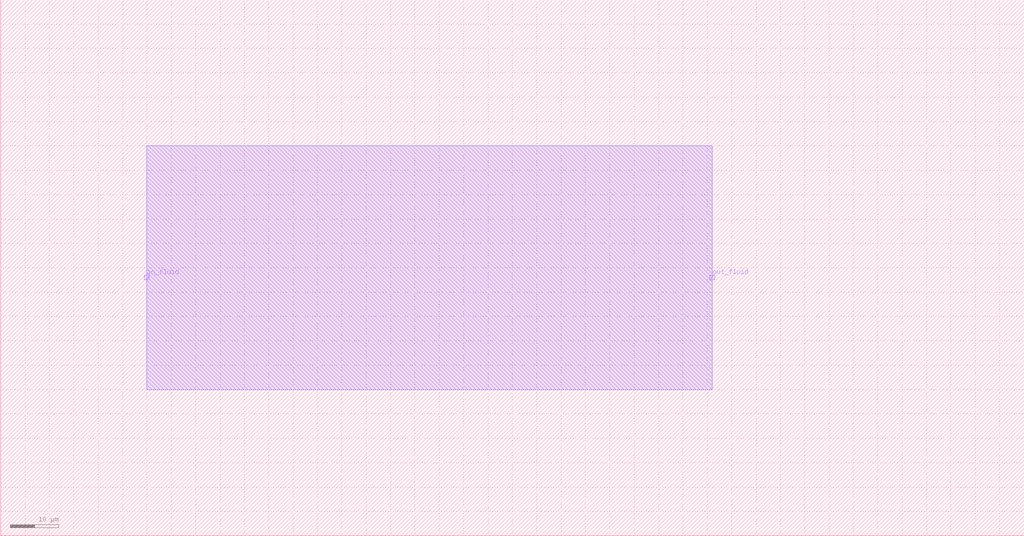
<source format=lef>

MACRO inline_res_60nl
  CLASS CORE ;
  ORIGIN  0 0 ;
  FOREIGN inline_res_60nl 0 0 ;
  SIZE 210 BY 110 ;
  SYMMETRY X Y ;
  SITE CoreSite ;
  PIN in_fluid
    DIRECTION INPUT ;
    USE SIGNAL ;
    PORT
      LAYER met1 ;
        RECT 29.5 52.5 30.5 53.5 ;
    END
  END in_fluid
  PIN out_fluid
    DIRECTION INPUT ;
    USE SIGNAL ;
    PORT
      LAYER met1 ;
        RECT 145.5 52.5 146.5 53.5 ;
    END
  END out_fluid
  OBS
    LAYER met1 ;
      RECT 30 30 146 80 ;
    LAYER met2 ;
      RECT 30 30 146 80 ;
  END
  PROPERTY CatenaDesignType "deviceLevel" ;
END inline_res_60nl

</source>
